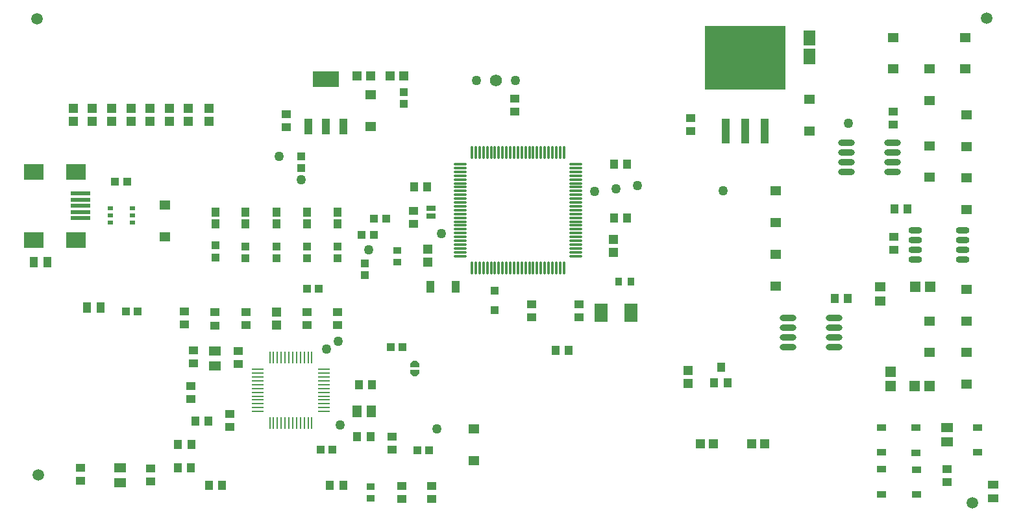
<source format=gtp>
G04 Layer: TopPasteMaskLayer*
G04 EasyEDA v6.5.14, 2022-08-20 18:05:41*
G04 71264d21e31249e380a866b4b6076d16,6126cb6f80e34288b1b51c63ee1abbf7,10*
G04 Gerber Generator version 0.2*
G04 Scale: 100 percent, Rotated: No, Reflected: No *
G04 Dimensions in millimeters *
G04 leading zeros omitted , absolute positions ,4 integer and 5 decimal *
%FSLAX45Y45*%
%MOMM*%

%AMMACRO1*4,1,6,-0.6248,-0.4128,-0.6248,0.0114,-0.2261,0.4128,0.2261,0.4128,0.6248,0.0114,0.6248,-0.4128,-0.6248,-0.4128,0*%
%AMMACRO2*4,1,6,0.6248,0.4128,0.6248,-0.0114,0.2134,-0.4128,-0.2388,-0.4128,-0.6248,-0.0114,-0.6248,0.4128,0.6248,0.4128,0*%
%AMMACRO3*21,1,$1,$2,0,0,$3*%
%ADD10C,1.2700*%
%ADD11R,1.6000X1.3000*%
%ADD12C,1.5748*%
%ADD13R,1.2700X0.7620*%
%ADD14MACRO1*%
%ADD15MACRO2*%
%ADD16R,1.7000X2.4000*%
%ADD17MACRO3,1.524X1.0008X90.0000*%
%ADD18MACRO3,1.524X0.9982X90.0000*%
%ADD19R,1.0998X1.1989*%
%ADD20R,1.1989X1.0998*%
%ADD21R,1.0668X0.9799*%
%ADD22O,0.27999944X1.79999894*%
%ADD23O,1.79999894X0.27999944*%
%ADD24R,1.1989X1.2192*%
%ADD25R,1.2192X0.9093*%
%ADD26MACRO3,0.9296X0.9804X0.0000*%
%ADD27R,0.9799X0.9299*%
%ADD28R,0.9799X1.0668*%
%ADD29O,1.7999964X0.8128000000000001*%
%ADD30O,2.1999956000000003X0.8128000000000001*%
%ADD31R,0.9799X1.2192*%
%ADD32R,1.4707X1.2700*%
%ADD33R,1.3995X1.3005*%
%ADD34R,1.3995X1.4224*%
%ADD35R,1.3970X1.0160*%
%ADD36R,1.4224X1.3995*%
%ADD37R,1.0160X1.3970*%
%ADD38R,0.8001X0.5105*%
%ADD39R,2.6000X0.5000*%
%ADD40R,2.5000X2.0000*%
%ADD41R,1.0414X1.0414*%
%ADD42MACRO3,0.9296X0.9804X90.0000*%
%ADD43R,1.3005X1.6002*%
%ADD44R,1.6002X1.3005*%
%ADD45R,1.0541X3.3147*%
%ADD46R,10.5029X8.4201*%
%ADD47R,1.0922X2.1590*%
%ADD48R,3.5052X2.1590*%
%ADD49C,1.5000*%
%ADD50R,1.2192X1.1989*%
%ADD51R,1.0160X1.1430*%
%ADD52C,0.0254*%
%ADD53R,1.5011X0.2540*%
%ADD54R,0.2540X1.5011*%
%ADD55R,1.1000X1.1000*%
%ADD56R,0.0107X1.1000*%

%LPD*%
D10*
G01*
X8255000Y-3606800D03*
G01*
X7696200Y-3683000D03*
G01*
X7975600Y-3644900D03*
G01*
X3581400Y-3225800D03*
G01*
X3873500Y-3530600D03*
G01*
X4381500Y-6731000D03*
G01*
X11010900Y-2794000D03*
G01*
X5638800Y-6781800D03*
G01*
X9377679Y-3670300D03*
G01*
X6159500Y-2235200D03*
G01*
X6667500Y-2235200D03*
D11*
G01*
X10502900Y-1879600D03*
G01*
X10502900Y-1714500D03*
D10*
G01*
X5702300Y-4229100D03*
G01*
X4356100Y-5638800D03*
G01*
X4203700Y-5740400D03*
G01*
X4749800Y-4445000D03*
D12*
G01*
X6413500Y-2235200D03*
D13*
G01*
X5562600Y-3898900D03*
G01*
X5562600Y-4000500D03*
D14*
G01*
X5354320Y-5929503D03*
D15*
G01*
X5354320Y-6047104D03*
D16*
G01*
X7782559Y-5262879D03*
G01*
X8174634Y-5262981D03*
D17*
G01*
X5557520Y-4922520D03*
D18*
G01*
X5887085Y-4927345D03*
D19*
G01*
X2260727Y-7289800D03*
G01*
X2430653Y-7289800D03*
D20*
G01*
X1905000Y-7467727D03*
G01*
X1905000Y-7297801D03*
D21*
G01*
X1739900Y-5245100D03*
G01*
X1585976Y-5245100D03*
D19*
G01*
X2438400Y-6985000D03*
G01*
X2268473Y-6985000D03*
D20*
G01*
X2944190Y-6756095D03*
G01*
X2944190Y-6586169D03*
D19*
G01*
X2489504Y-6678244D03*
G01*
X2659430Y-6678244D03*
D20*
G01*
X2436113Y-6387719D03*
G01*
X2436113Y-6217793D03*
D19*
G01*
X5350129Y-3625087D03*
G01*
X5520054Y-3625087D03*
D20*
G01*
X6875018Y-5325237D03*
G01*
X6875018Y-5155311D03*
G01*
X7499350Y-5324982D03*
G01*
X7499350Y-5155056D03*
D19*
G01*
X8125079Y-4024884D03*
G01*
X7955152Y-4024884D03*
G01*
X8125079Y-3325113D03*
G01*
X7955152Y-3325113D03*
D22*
G01*
X6100063Y-3169920D03*
G01*
X6150102Y-3169920D03*
G01*
X6199886Y-3169920D03*
G01*
X6249924Y-3169920D03*
G01*
X6299961Y-3169920D03*
G01*
X6350000Y-3169920D03*
G01*
X6400038Y-3169920D03*
G01*
X6450075Y-3169920D03*
G01*
X6500113Y-3169920D03*
G01*
X6549897Y-3169920D03*
G01*
X6599936Y-3169920D03*
G01*
X6649974Y-3169920D03*
G01*
X6700011Y-3169920D03*
G01*
X6750050Y-3169920D03*
G01*
X6800088Y-3169920D03*
G01*
X6850125Y-3169920D03*
G01*
X6899909Y-3169920D03*
G01*
X6949947Y-3169920D03*
G01*
X6999986Y-3169920D03*
G01*
X7050024Y-3169920D03*
G01*
X7100061Y-3169920D03*
G01*
X7150100Y-3169920D03*
G01*
X7200138Y-3169920D03*
G01*
X7249922Y-3169920D03*
G01*
X7299959Y-3169920D03*
D23*
G01*
X7454900Y-3324860D03*
G01*
X7454900Y-3374897D03*
G01*
X7454900Y-3424681D03*
G01*
X7454900Y-3474720D03*
G01*
X7454900Y-3524757D03*
G01*
X7454900Y-3574795D03*
G01*
X7454900Y-3624834D03*
G01*
X7454900Y-3674871D03*
G01*
X7454900Y-3724910D03*
G01*
X7454900Y-3774694D03*
G01*
X7454900Y-3824731D03*
G01*
X7454900Y-3874770D03*
G01*
X7454900Y-3924807D03*
G01*
X7454900Y-3974845D03*
G01*
X7454900Y-4024884D03*
G01*
X7454900Y-4074921D03*
G01*
X7454900Y-4124705D03*
G01*
X7454900Y-4174744D03*
G01*
X7454900Y-4224781D03*
G01*
X7454900Y-4274820D03*
G01*
X7454900Y-4324857D03*
G01*
X7454900Y-4374895D03*
G01*
X7454900Y-4424934D03*
G01*
X7454900Y-4474718D03*
G01*
X7454900Y-4524755D03*
D22*
G01*
X7299959Y-4679695D03*
G01*
X7249922Y-4679695D03*
G01*
X7200138Y-4679695D03*
G01*
X7150100Y-4679695D03*
G01*
X7100061Y-4679695D03*
G01*
X7050024Y-4679695D03*
G01*
X6999986Y-4679695D03*
G01*
X6949947Y-4679695D03*
G01*
X6899909Y-4679695D03*
G01*
X6850125Y-4679695D03*
G01*
X6800088Y-4679695D03*
G01*
X6750050Y-4679695D03*
G01*
X6700011Y-4679695D03*
G01*
X6649974Y-4679695D03*
G01*
X6599936Y-4679695D03*
G01*
X6549897Y-4679695D03*
G01*
X6500113Y-4679695D03*
G01*
X6450075Y-4679695D03*
G01*
X6400038Y-4679695D03*
G01*
X6350000Y-4679695D03*
G01*
X6299961Y-4679695D03*
G01*
X6249924Y-4679695D03*
G01*
X6199886Y-4679695D03*
G01*
X6150102Y-4679695D03*
G01*
X6100063Y-4679695D03*
D23*
G01*
X5945124Y-4524755D03*
G01*
X5945124Y-4474718D03*
G01*
X5945124Y-4424934D03*
G01*
X5945124Y-4374895D03*
G01*
X5945124Y-4324857D03*
G01*
X5945124Y-4274820D03*
G01*
X5945124Y-4224781D03*
G01*
X5945124Y-4174744D03*
G01*
X5945124Y-4124705D03*
G01*
X5945124Y-4074921D03*
G01*
X5945124Y-4024884D03*
G01*
X5945124Y-3974845D03*
G01*
X5945124Y-3924807D03*
G01*
X5945124Y-3874770D03*
G01*
X5945124Y-3824731D03*
G01*
X5945124Y-3774694D03*
G01*
X5945124Y-3724910D03*
G01*
X5945124Y-3674871D03*
G01*
X5945124Y-3624834D03*
G01*
X5945124Y-3574795D03*
G01*
X5945124Y-3524757D03*
G01*
X5945124Y-3474720D03*
G01*
X5945124Y-3424681D03*
G01*
X5945124Y-3374897D03*
G01*
X5945124Y-3324860D03*
D20*
G01*
X6654800Y-2641727D03*
G01*
X6654800Y-2471801D03*
D24*
G01*
X5525008Y-4600067D03*
G01*
X5525008Y-4430140D03*
G01*
X7948675Y-4475353D03*
G01*
X7948675Y-4305427D03*
D25*
G01*
X11896852Y-7636255D03*
G01*
X11896852Y-7311136D03*
D20*
G01*
X12294870Y-7474458D03*
G01*
X12294870Y-7304531D03*
D25*
G01*
X11444224Y-7630668D03*
G01*
X11444224Y-7305547D03*
G01*
X11895074Y-7088378D03*
G01*
X11895074Y-6763258D03*
D20*
G01*
X5334000Y-4101972D03*
G01*
X5334000Y-3932046D03*
D26*
G01*
X8171179Y-4859019D03*
G01*
X8017256Y-4859019D03*
D25*
G01*
X12697968Y-7086345D03*
G01*
X12697968Y-6761226D03*
D27*
G01*
X5124958Y-4602505D03*
G01*
X5124958Y-4448581D03*
D28*
G01*
X4700524Y-4775454D03*
G01*
X4700524Y-4621529D03*
D29*
G01*
X12501879Y-4572000D03*
G01*
X12501879Y-4445000D03*
G01*
X12501879Y-4318000D03*
G01*
X12501879Y-4191000D03*
G01*
X11882120Y-4572000D03*
G01*
X11882120Y-4445000D03*
G01*
X11882120Y-4318000D03*
G01*
X11882120Y-4191000D03*
D30*
G01*
X10985500Y-3048000D03*
G01*
X10985500Y-3175000D03*
G01*
X10985500Y-3302000D03*
G01*
X10985500Y-3429000D03*
G01*
X11590020Y-3048000D03*
G01*
X11590020Y-3175000D03*
G01*
X11590020Y-3302000D03*
G01*
X11590020Y-3429000D03*
D31*
G01*
X3549904Y-4102379D03*
G01*
X3549904Y-3948455D03*
D28*
G01*
X3549904Y-4397502D03*
G01*
X3549904Y-4551426D03*
G01*
X3149345Y-4397502D03*
G01*
X3149345Y-4551426D03*
D31*
G01*
X3149345Y-4102379D03*
G01*
X3149345Y-3948455D03*
D32*
G01*
X12549886Y-3915918D03*
G01*
X12549886Y-3504437D03*
G01*
X12065000Y-3086100D03*
G01*
X12065000Y-3497579D03*
G01*
X12549886Y-2684018D03*
G01*
X12549886Y-3095497D03*
D30*
G01*
X10223500Y-5334000D03*
G01*
X10223500Y-5461000D03*
G01*
X10223500Y-5588000D03*
G01*
X10223500Y-5715000D03*
G01*
X10828020Y-5334000D03*
G01*
X10828020Y-5461000D03*
G01*
X10828020Y-5588000D03*
G01*
X10828020Y-5715000D03*
D33*
G01*
X11424920Y-4925060D03*
G01*
X11424920Y-5115052D03*
D34*
G01*
X11557127Y-6223000D03*
G01*
X11557127Y-6033007D03*
D35*
G01*
X12899897Y-7505445D03*
G01*
X12899897Y-7683245D03*
D32*
G01*
X12065000Y-5372100D03*
G01*
X12065000Y-5783579D03*
G01*
X12549886Y-6190995D03*
G01*
X12549886Y-5779515D03*
G01*
X12549886Y-4959095D03*
G01*
X12549886Y-5370576D03*
D31*
G01*
X4348479Y-4102379D03*
G01*
X4348479Y-3948455D03*
D28*
G01*
X4348479Y-4397502D03*
G01*
X4348479Y-4551426D03*
G01*
X3951731Y-4397502D03*
G01*
X3951731Y-4551426D03*
D31*
G01*
X3951731Y-4102379D03*
G01*
X3951731Y-3948455D03*
D36*
G01*
X12065000Y-6223000D03*
G01*
X11875008Y-6223000D03*
G01*
X12074906Y-4924805D03*
G01*
X11884913Y-4924805D03*
D20*
G01*
X11595100Y-2641472D03*
G01*
X11595100Y-2811398D03*
G01*
X11600434Y-4275328D03*
G01*
X11600434Y-4445254D03*
D19*
G01*
X10999724Y-5075173D03*
G01*
X10829797Y-5075173D03*
D37*
G01*
X563879Y-4599939D03*
G01*
X386079Y-4599939D03*
D38*
G01*
X1675003Y-4089019D03*
G01*
X1675003Y-3995038D03*
G01*
X1675003Y-3901059D03*
G01*
X1385443Y-3901059D03*
G01*
X1385443Y-3995038D03*
G01*
X1385443Y-4089019D03*
D21*
G01*
X1447545Y-3549904D03*
G01*
X1601470Y-3549904D03*
D39*
G01*
X998220Y-4028694D03*
G01*
X998220Y-3948684D03*
G01*
X998220Y-3868673D03*
G01*
X998220Y-3788663D03*
G01*
X998220Y-3708654D03*
D40*
G01*
X937513Y-4314647D03*
G01*
X937513Y-3424732D03*
G01*
X387527Y-3424681D03*
G01*
X387527Y-4314697D03*
D20*
G01*
X2463800Y-5753227D03*
G01*
X2463800Y-5923153D03*
D41*
G01*
X3875024Y-3223768D03*
G01*
X3875024Y-3376168D03*
D42*
G01*
X4775200Y-7531100D03*
G01*
X4775200Y-7685023D03*
D20*
G01*
X5054600Y-6883272D03*
G01*
X5054600Y-7053198D03*
G01*
X5575300Y-7696327D03*
G01*
X5575300Y-7526401D03*
G01*
X5181600Y-7696327D03*
G01*
X5181600Y-7526401D03*
D19*
G01*
X2667381Y-7518908D03*
G01*
X2837306Y-7518908D03*
G01*
X4419472Y-7517637D03*
G01*
X4249547Y-7517637D03*
D20*
G01*
X3048000Y-5765927D03*
G01*
X3048000Y-5935853D03*
G01*
X2748279Y-5428742D03*
G01*
X2748279Y-5258815D03*
G01*
X2351786Y-5248655D03*
G01*
X2351786Y-5418581D03*
D37*
G01*
X1079754Y-5192013D03*
G01*
X1257554Y-5192013D03*
D20*
G01*
X4350004Y-5424423D03*
G01*
X4350004Y-5254497D03*
G01*
X3953509Y-5425439D03*
G01*
X3953509Y-5255513D03*
D21*
G01*
X5384800Y-7061200D03*
G01*
X5538724Y-7061200D03*
D19*
G01*
X4800218Y-6199886D03*
G01*
X4630293Y-6199886D03*
D43*
G01*
X4599686Y-6550660D03*
G01*
X4789677Y-6550660D03*
D44*
G01*
X2743200Y-5765800D03*
G01*
X2743200Y-5955792D03*
D19*
G01*
X4775072Y-6876795D03*
G01*
X4605147Y-6876795D03*
D25*
G01*
X11445747Y-7085329D03*
G01*
X11445747Y-6760210D03*
D44*
G01*
X12299950Y-6949947D03*
G01*
X12299950Y-6759955D03*
D24*
G01*
X3551427Y-5424931D03*
G01*
X3551427Y-5255005D03*
D20*
G01*
X3150870Y-5425439D03*
G01*
X3150870Y-5255513D03*
D21*
G01*
X4102608Y-4948936D03*
G01*
X3948709Y-4948936D03*
G01*
X4124197Y-7050278D03*
G01*
X4278122Y-7050278D03*
G01*
X5194300Y-5715000D03*
G01*
X5040375Y-5715000D03*
D45*
G01*
X9410700Y-2890520D03*
G01*
X9664700Y-2890520D03*
G01*
X9918700Y-2890520D03*
D46*
G01*
X9664700Y-1935479D03*
D47*
G01*
X3962400Y-2834639D03*
G01*
X4193540Y-2834639D03*
G01*
X4422140Y-2834639D03*
D48*
G01*
X4193540Y-2214879D03*
D32*
G01*
X12535027Y-2082800D03*
G01*
X12535027Y-1671320D03*
D20*
G01*
X8950197Y-2722626D03*
G01*
X8950197Y-2892552D03*
D32*
G01*
X10500233Y-2891028D03*
G01*
X10500233Y-2479547D03*
G01*
X4775327Y-2832100D03*
G01*
X4775327Y-2420620D03*
D11*
G01*
X10502900Y-1643379D03*
G01*
X10502900Y-1963420D03*
D20*
G01*
X3675125Y-2675128D03*
G01*
X3675125Y-2845054D03*
D41*
G01*
X5207000Y-2387600D03*
G01*
X5207000Y-2540000D03*
D32*
G01*
X2091944Y-4273804D03*
G01*
X2091944Y-3862323D03*
G01*
X10060940Y-4086860D03*
G01*
X10060940Y-3675379D03*
G01*
X6125590Y-7190231D03*
G01*
X6125590Y-6778752D03*
G01*
X12064872Y-2082800D03*
G01*
X12064872Y-2494279D03*
D49*
G01*
X424179Y-1427479D03*
G01*
X12811759Y-1419860D03*
G01*
X447039Y-7381239D03*
G01*
X12631420Y-7744460D03*
D50*
G01*
X9250045Y-6975094D03*
G01*
X9080118Y-6975094D03*
G01*
X9749916Y-6974839D03*
G01*
X9919843Y-6974839D03*
D24*
G01*
X2674874Y-2600070D03*
G01*
X2674874Y-2769996D03*
G01*
X2400300Y-2600070D03*
G01*
X2400300Y-2769996D03*
G01*
X2150363Y-2600070D03*
G01*
X2150363Y-2769996D03*
G01*
X1900173Y-2600070D03*
G01*
X1900173Y-2769996D03*
G01*
X1651254Y-2600070D03*
G01*
X1651254Y-2769996D03*
G01*
X1400302Y-2600070D03*
G01*
X1400302Y-2769996D03*
G01*
X1150365Y-2600070D03*
G01*
X1150365Y-2769996D03*
G01*
X900176Y-2600070D03*
G01*
X900176Y-2769996D03*
D51*
G01*
X9349993Y-5973318D03*
G01*
X9438893Y-6176518D03*
G01*
X9261093Y-6176518D03*
D24*
G01*
X8915400Y-6185027D03*
G01*
X8915400Y-6015101D03*
D32*
G01*
X10058527Y-4914900D03*
G01*
X10058527Y-4503420D03*
D28*
G01*
X2759456Y-4386579D03*
G01*
X2759456Y-4540504D03*
D31*
G01*
X2759202Y-4101363D03*
G01*
X2759202Y-3947439D03*
D52*
G01*
X454913Y-6926326D03*
G01*
X454913Y-5876289D03*
D53*
G01*
X3309493Y-6001765D03*
G01*
X3309493Y-6050026D03*
G01*
X3309493Y-6100826D03*
G01*
X3309493Y-6151626D03*
G01*
X3309493Y-6199886D03*
G01*
X3309493Y-6250686D03*
G01*
X3309493Y-6301486D03*
G01*
X3309493Y-6352286D03*
G01*
X3309493Y-6400545D03*
G01*
X3309493Y-6451345D03*
G01*
X3309493Y-6502145D03*
G01*
X3309493Y-6550405D03*
D54*
G01*
X3464306Y-6705472D03*
G01*
X3512565Y-6705472D03*
G01*
X3563365Y-6705472D03*
G01*
X3614165Y-6705472D03*
G01*
X3662425Y-6705472D03*
G01*
X3713225Y-6705472D03*
G01*
X3764025Y-6705472D03*
G01*
X3814825Y-6705472D03*
G01*
X3863086Y-6705472D03*
G01*
X3913886Y-6705472D03*
G01*
X3964686Y-6705472D03*
G01*
X4012945Y-6705472D03*
D53*
G01*
X4168013Y-6550405D03*
G01*
X4168013Y-6502145D03*
G01*
X4168013Y-6451345D03*
G01*
X4168013Y-6400545D03*
G01*
X4168013Y-6352286D03*
G01*
X4168013Y-6301486D03*
G01*
X4168013Y-6250686D03*
G01*
X4168013Y-6199886D03*
G01*
X4168013Y-6151626D03*
G01*
X4168013Y-6100826D03*
G01*
X4168013Y-6050026D03*
G01*
X4168013Y-6001765D03*
D54*
G01*
X4012945Y-5846953D03*
G01*
X3964686Y-5846953D03*
G01*
X3913886Y-5846953D03*
G01*
X3863086Y-5846953D03*
G01*
X3814825Y-5846953D03*
G01*
X3764025Y-5846953D03*
G01*
X3713225Y-5846953D03*
G01*
X3662425Y-5846953D03*
G01*
X3614165Y-5846953D03*
G01*
X3563365Y-5846953D03*
G01*
X3512565Y-5846953D03*
G01*
X3464306Y-5846953D03*
D19*
G01*
X11607927Y-3911600D03*
G01*
X11777852Y-3911600D03*
D50*
G01*
X4775327Y-2174239D03*
G01*
X4605400Y-2174239D03*
G01*
X5207127Y-2174239D03*
G01*
X5037200Y-2174239D03*
D21*
G01*
X4818405Y-4246879D03*
G01*
X4664456Y-4246879D03*
G01*
X4978425Y-4038600D03*
G01*
X4824475Y-4038600D03*
D44*
G01*
X1511300Y-7480300D03*
G01*
X1511300Y-7290308D03*
D20*
G01*
X990600Y-7289927D03*
G01*
X990600Y-7459853D03*
D55*
G01*
X6398259Y-4978400D03*
G01*
X6398259Y-5232400D03*
D32*
G01*
X11595227Y-2082800D03*
G01*
X11595227Y-1671320D03*
D19*
G01*
X7195693Y-5753100D03*
G01*
X7365618Y-5753100D03*
M02*

</source>
